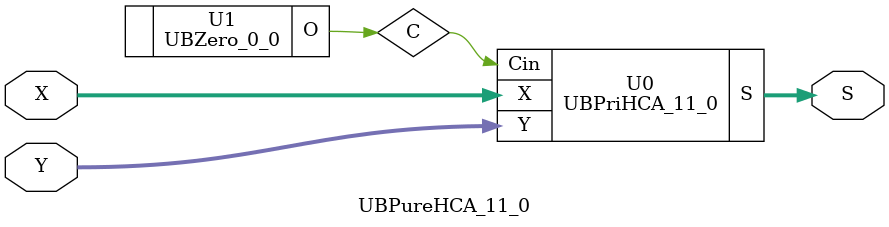
<source format=v>
/*----------------------------------------------------------------------------
  Copyright (c) 2021 Homma laboratory. All rights reserved.

  Top module: UBHCA_11_0_11_0

  Operand-1 length: 12
  Operand-2 length: 12
  Two-operand addition algorithm: Han-Carlson adder
----------------------------------------------------------------------------*/

module GPGenerator(Go, Po, A, B);
  output Go;
  output Po;
  input A;
  input B;
  assign Go = A & B;
  assign Po = A ^ B;
endmodule

module CarryOperator(Go, Po, Gi1, Pi1, Gi2, Pi2);
  output Go;
  output Po;
  input Gi1;
  input Gi2;
  input Pi1;
  input Pi2;
  assign Go = Gi1 | ( Gi2 & Pi1 );
  assign Po = Pi1 & Pi2;
endmodule

module UBPriHCA_11_0(S, X, Y, Cin);
  output [12:0] S;
  input Cin;
  input [11:0] X;
  input [11:0] Y;
  wire [11:0] G0;
  wire [11:0] G1;
  wire [11:0] G2;
  wire [11:0] G3;
  wire [11:0] G4;
  wire [11:0] G5;
  wire [11:0] P0;
  wire [11:0] P1;
  wire [11:0] P2;
  wire [11:0] P3;
  wire [11:0] P4;
  wire [11:0] P5;
  assign P1[0] = P0[0];
  assign G1[0] = G0[0];
  assign P1[2] = P0[2];
  assign G1[2] = G0[2];
  assign P1[4] = P0[4];
  assign G1[4] = G0[4];
  assign P1[6] = P0[6];
  assign G1[6] = G0[6];
  assign P1[8] = P0[8];
  assign G1[8] = G0[8];
  assign P1[10] = P0[10];
  assign G1[10] = G0[10];
  assign P2[0] = P1[0];
  assign G2[0] = G1[0];
  assign P2[1] = P1[1];
  assign G2[1] = G1[1];
  assign P2[2] = P1[2];
  assign G2[2] = G1[2];
  assign P2[4] = P1[4];
  assign G2[4] = G1[4];
  assign P2[6] = P1[6];
  assign G2[6] = G1[6];
  assign P2[8] = P1[8];
  assign G2[8] = G1[8];
  assign P2[10] = P1[10];
  assign G2[10] = G1[10];
  assign P3[0] = P2[0];
  assign G3[0] = G2[0];
  assign P3[1] = P2[1];
  assign G3[1] = G2[1];
  assign P3[2] = P2[2];
  assign G3[2] = G2[2];
  assign P3[3] = P2[3];
  assign G3[3] = G2[3];
  assign P3[4] = P2[4];
  assign G3[4] = G2[4];
  assign P3[6] = P2[6];
  assign G3[6] = G2[6];
  assign P3[8] = P2[8];
  assign G3[8] = G2[8];
  assign P3[10] = P2[10];
  assign G3[10] = G2[10];
  assign P4[0] = P3[0];
  assign G4[0] = G3[0];
  assign P4[1] = P3[1];
  assign G4[1] = G3[1];
  assign P4[2] = P3[2];
  assign G4[2] = G3[2];
  assign P4[3] = P3[3];
  assign G4[3] = G3[3];
  assign P4[4] = P3[4];
  assign G4[4] = G3[4];
  assign P4[5] = P3[5];
  assign G4[5] = G3[5];
  assign P4[6] = P3[6];
  assign G4[6] = G3[6];
  assign P4[7] = P3[7];
  assign G4[7] = G3[7];
  assign P4[8] = P3[8];
  assign G4[8] = G3[8];
  assign P4[10] = P3[10];
  assign G4[10] = G3[10];
  assign P5[0] = P4[0];
  assign G5[0] = G4[0];
  assign P5[1] = P4[1];
  assign G5[1] = G4[1];
  assign P5[3] = P4[3];
  assign G5[3] = G4[3];
  assign P5[5] = P4[5];
  assign G5[5] = G4[5];
  assign P5[7] = P4[7];
  assign G5[7] = G4[7];
  assign P5[9] = P4[9];
  assign G5[9] = G4[9];
  assign P5[11] = P4[11];
  assign G5[11] = G4[11];
  assign S[0] = Cin ^ P0[0];
  assign S[1] = ( G5[0] | ( P5[0] & Cin ) ) ^ P0[1];
  assign S[2] = ( G5[1] | ( P5[1] & Cin ) ) ^ P0[2];
  assign S[3] = ( G5[2] | ( P5[2] & Cin ) ) ^ P0[3];
  assign S[4] = ( G5[3] | ( P5[3] & Cin ) ) ^ P0[4];
  assign S[5] = ( G5[4] | ( P5[4] & Cin ) ) ^ P0[5];
  assign S[6] = ( G5[5] | ( P5[5] & Cin ) ) ^ P0[6];
  assign S[7] = ( G5[6] | ( P5[6] & Cin ) ) ^ P0[7];
  assign S[8] = ( G5[7] | ( P5[7] & Cin ) ) ^ P0[8];
  assign S[9] = ( G5[8] | ( P5[8] & Cin ) ) ^ P0[9];
  assign S[10] = ( G5[9] | ( P5[9] & Cin ) ) ^ P0[10];
  assign S[11] = ( G5[10] | ( P5[10] & Cin ) ) ^ P0[11];
  assign S[12] = G5[11] | ( P5[11] & Cin );
  GPGenerator U0 (G0[0], P0[0], X[0], Y[0]);
  GPGenerator U1 (G0[1], P0[1], X[1], Y[1]);
  GPGenerator U2 (G0[2], P0[2], X[2], Y[2]);
  GPGenerator U3 (G0[3], P0[3], X[3], Y[3]);
  GPGenerator U4 (G0[4], P0[4], X[4], Y[4]);
  GPGenerator U5 (G0[5], P0[5], X[5], Y[5]);
  GPGenerator U6 (G0[6], P0[6], X[6], Y[6]);
  GPGenerator U7 (G0[7], P0[7], X[7], Y[7]);
  GPGenerator U8 (G0[8], P0[8], X[8], Y[8]);
  GPGenerator U9 (G0[9], P0[9], X[9], Y[9]);
  GPGenerator U10 (G0[10], P0[10], X[10], Y[10]);
  GPGenerator U11 (G0[11], P0[11], X[11], Y[11]);
  CarryOperator U12 (G1[1], P1[1], G0[1], P0[1], G0[0], P0[0]);
  CarryOperator U13 (G1[3], P1[3], G0[3], P0[3], G0[2], P0[2]);
  CarryOperator U14 (G1[5], P1[5], G0[5], P0[5], G0[4], P0[4]);
  CarryOperator U15 (G1[7], P1[7], G0[7], P0[7], G0[6], P0[6]);
  CarryOperator U16 (G1[9], P1[9], G0[9], P0[9], G0[8], P0[8]);
  CarryOperator U17 (G1[11], P1[11], G0[11], P0[11], G0[10], P0[10]);
  CarryOperator U18 (G2[3], P2[3], G1[3], P1[3], G1[1], P1[1]);
  CarryOperator U19 (G2[5], P2[5], G1[5], P1[5], G1[3], P1[3]);
  CarryOperator U20 (G2[7], P2[7], G1[7], P1[7], G1[5], P1[5]);
  CarryOperator U21 (G2[9], P2[9], G1[9], P1[9], G1[7], P1[7]);
  CarryOperator U22 (G2[11], P2[11], G1[11], P1[11], G1[9], P1[9]);
  CarryOperator U23 (G3[5], P3[5], G2[5], P2[5], G2[1], P2[1]);
  CarryOperator U24 (G3[7], P3[7], G2[7], P2[7], G2[3], P2[3]);
  CarryOperator U25 (G3[9], P3[9], G2[9], P2[9], G2[5], P2[5]);
  CarryOperator U26 (G3[11], P3[11], G2[11], P2[11], G2[7], P2[7]);
  CarryOperator U27 (G4[9], P4[9], G3[9], P3[9], G3[1], P3[1]);
  CarryOperator U28 (G4[11], P4[11], G3[11], P3[11], G3[3], P3[3]);
  CarryOperator U29 (G5[2], P5[2], G4[2], P4[2], G4[1], P4[1]);
  CarryOperator U30 (G5[4], P5[4], G4[4], P4[4], G4[3], P4[3]);
  CarryOperator U31 (G5[6], P5[6], G4[6], P4[6], G4[5], P4[5]);
  CarryOperator U32 (G5[8], P5[8], G4[8], P4[8], G4[7], P4[7]);
  CarryOperator U33 (G5[10], P5[10], G4[10], P4[10], G4[9], P4[9]);
endmodule

module UBZero_0_0(O);
  output [0:0] O;
  assign O[0] = 0;
endmodule

module UBHCA_11_0_11_0 (S, X, Y);
  output [12:0] S;
  input [11:0] X;
  input [11:0] Y;
  UBPureHCA_11_0 U0 (S[12:0], X[11:0], Y[11:0]);
endmodule

module UBPureHCA_11_0 (S, X, Y);
  output [12:0] S;
  input [11:0] X;
  input [11:0] Y;
  wire C;
  UBPriHCA_11_0 U0 (S, X, Y, C);
  UBZero_0_0 U1 (C);
endmodule


</source>
